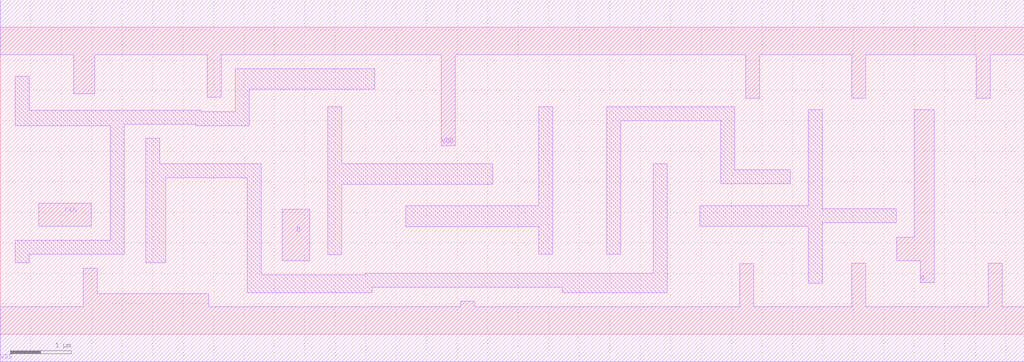
<source format=lef>
# Copyright 2022 GlobalFoundries PDK Authors
#
# Licensed under the Apache License, Version 2.0 (the "License");
# you may not use this file except in compliance with the License.
# You may obtain a copy of the License at
#
#      http://www.apache.org/licenses/LICENSE-2.0
#
# Unless required by applicable law or agreed to in writing, software
# distributed under the License is distributed on an "AS IS" BASIS,
# WITHOUT WARRANTIES OR CONDITIONS OF ANY KIND, either express or implied.
# See the License for the specific language governing permissions and
# limitations under the License.

MACRO gf180mcu_fd_sc_mcu9t5v0__dffq_2
  CLASS core ;
  FOREIGN gf180mcu_fd_sc_mcu9t5v0__dffq_2 0.0 0.0 ;
  ORIGIN 0 0 ;
  SYMMETRY X Y ;
  SITE GF018hv5v_green_sc9 ;
  SIZE 16.8 BY 5.04 ;
  PIN D
    DIRECTION INPUT ;
    ANTENNAGATEAREA 0.848 ;
    PORT
      LAYER METAL1 ;
        POLYGON 4.63 1.21 5.08 1.21 5.08 2.05 4.63 2.05  ;
    END
  END D
  PIN CLK
    DIRECTION INPUT ;
    USE clock ;
    ANTENNAGATEAREA 1.164 ;
    PORT
      LAYER METAL1 ;
        POLYGON 0.63 1.77 1.49 1.77 1.49 2.15 0.63 2.15  ;
    END
  END CLK
  PIN Q
    DIRECTION OUTPUT ;
    ANTENNADIFFAREA 1.638 ;
    PORT
      LAYER METAL1 ;
        POLYGON 14.71 1.21 15.095 1.21 15.095 0.845 15.325 0.845 15.325 3.685 14.995 3.685 14.995 1.59 14.71 1.59  ;
    END
  END Q
  PIN VDD
    DIRECTION INOUT ;
    USE power ;
    SHAPE ABUTMENT ;
    PORT
      LAYER METAL1 ;
        POLYGON 0 4.59 1.21 4.59 1.21 3.95 1.55 3.95 1.55 4.59 3.395 4.59 3.395 3.885 3.625 3.885 3.625 4.59 6.145 4.59 7.235 4.59 7.235 3.09 7.465 3.09 7.465 4.59 8.085 4.59 9.065 4.59 12.235 4.59 12.235 3.875 12.465 3.875 12.465 4.59 12.96 4.59 13.975 4.59 13.975 3.875 14.205 3.875 14.205 4.59 14.7 4.59 16.015 4.59 16.015 3.875 16.245 3.875 16.245 4.59 16.8 4.59 16.8 5.49 14.7 5.49 12.96 5.49 9.065 5.49 8.085 5.49 6.145 5.49 0 5.49  ;
    END
  END VDD
  PIN VSS
    DIRECTION INOUT ;
    USE ground ;
    SHAPE ABUTMENT ;
    PORT
      LAYER METAL1 ;
        POLYGON 0 -0.45 16.8 -0.45 16.8 0.45 16.445 0.45 16.445 1.165 16.215 1.165 16.215 0.45 14.205 0.45 14.205 1.165 13.975 1.165 13.975 0.45 12.365 0.45 12.365 1.16 12.135 1.16 12.135 0.45 7.785 0.45 7.785 0.545 7.555 0.545 7.555 0.45 3.425 0.45 3.425 0.665 1.595 0.665 1.595 1.08 1.365 1.08 1.365 0.45 0 0.45  ;
    END
  END VSS
  OBS
      LAYER METAL1 ;
        POLYGON 0.245 3.425 1.805 3.425 1.805 1.54 0.245 1.54 0.245 1.17 0.475 1.17 0.475 1.31 2.035 1.31 2.035 3.445 3.205 3.445 3.205 3.425 4.085 3.425 4.085 4.02 6.145 4.02 6.145 4.36 3.855 4.36 3.855 3.655 3.3 3.655 3.3 3.675 0.475 3.675 0.475 4.235 0.245 4.235  ;
        POLYGON 5.375 1.305 5.605 1.305 5.605 2.46 8.085 2.46 8.085 2.8 5.605 2.8 5.605 3.73 5.375 3.73  ;
        POLYGON 6.655 1.765 8.835 1.765 8.835 1.31 9.065 1.31 9.065 3.73 8.835 3.73 8.835 2.105 6.655 2.105  ;
        POLYGON 2.385 1.17 2.715 1.17 2.715 2.57 4.055 2.57 4.055 0.68 6.1 0.68 6.1 0.775 9.22 0.775 9.22 0.685 10.945 0.685 10.945 2.8 10.715 2.8 10.715 1.005 5.995 1.005 5.995 0.98 4.285 0.98 4.285 2.8 2.615 2.8 2.615 3.215 2.385 3.215  ;
        POLYGON 9.955 1.31 10.185 1.31 10.185 3.5 11.825 3.5 11.825 2.47 12.96 2.47 12.96 2.7 12.055 2.7 12.055 3.73 9.955 3.73  ;
        POLYGON 11.475 1.77 13.255 1.77 13.255 0.84 13.485 0.84 13.485 1.83 14.7 1.83 14.7 2.06 13.485 2.06 13.485 3.685 13.255 3.685 13.255 2.11 11.475 2.11  ;
  END
END gf180mcu_fd_sc_mcu9t5v0__dffq_2

</source>
